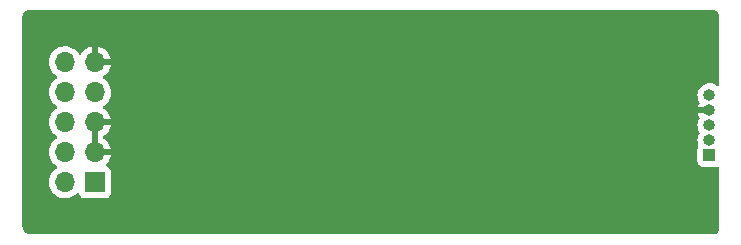
<source format=gbr>
%TF.GenerationSoftware,KiCad,Pcbnew,(6.0.2)*%
%TF.CreationDate,2023-02-06T19:57:10-08:00*%
%TF.ProjectId,SWD_to_v4WF_Cable,5357445f-746f-45f7-9634-57465f436162,rev?*%
%TF.SameCoordinates,Original*%
%TF.FileFunction,Copper,L2,Bot*%
%TF.FilePolarity,Positive*%
%FSLAX46Y46*%
G04 Gerber Fmt 4.6, Leading zero omitted, Abs format (unit mm)*
G04 Created by KiCad (PCBNEW (6.0.2)) date 2023-02-06 19:57:10*
%MOMM*%
%LPD*%
G01*
G04 APERTURE LIST*
%TA.AperFunction,ComponentPad*%
%ADD10R,1.700000X1.700000*%
%TD*%
%TA.AperFunction,ComponentPad*%
%ADD11O,1.700000X1.700000*%
%TD*%
%TA.AperFunction,ComponentPad*%
%ADD12R,1.000000X1.000000*%
%TD*%
%TA.AperFunction,ComponentPad*%
%ADD13O,1.000000X1.000000*%
%TD*%
%TA.AperFunction,ViaPad*%
%ADD14C,0.800000*%
%TD*%
G04 APERTURE END LIST*
D10*
%TO.P,J2,1,Pin_1*%
%TO.N,+1V8*%
X132250000Y-64425000D03*
D11*
%TO.P,J2,2,Pin_2*%
%TO.N,/SWDIO*%
X129710000Y-64425000D03*
%TO.P,J2,3,Pin_3*%
%TO.N,GND*%
X132250000Y-61885000D03*
%TO.P,J2,4,Pin_4*%
%TO.N,/SWDCLK*%
X129710000Y-61885000D03*
%TO.P,J2,5,Pin_5*%
%TO.N,GND*%
X132250000Y-59345000D03*
%TO.P,J2,6,Pin_6*%
%TO.N,unconnected-(J2-Pad6)*%
X129710000Y-59345000D03*
%TO.P,J2,7,Pin_7*%
%TO.N,unconnected-(J2-Pad7)*%
X132250000Y-56805000D03*
%TO.P,J2,8,Pin_8*%
%TO.N,unconnected-(J2-Pad8)*%
X129710000Y-56805000D03*
%TO.P,J2,9,Pin_9*%
%TO.N,GND*%
X132250000Y-54265000D03*
%TO.P,J2,10,Pin_10*%
%TO.N,/nRST*%
X129710000Y-54265000D03*
%TD*%
D12*
%TO.P,J1,1,Pin_1*%
%TO.N,/SWDCLK*%
X184275000Y-62135000D03*
D13*
%TO.P,J1,2,Pin_2*%
%TO.N,/SWDIO*%
X184275000Y-60865000D03*
%TO.P,J1,3,Pin_3*%
%TO.N,+1V8*%
X184275000Y-59595000D03*
%TO.P,J1,4,Pin_4*%
%TO.N,GND*%
X184275000Y-58325000D03*
%TO.P,J1,5,Pin_5*%
%TO.N,/nRST*%
X184275000Y-57055000D03*
%TD*%
D14*
%TO.N,GND*%
X159600000Y-56625000D03*
%TD*%
%TA.AperFunction,Conductor*%
%TO.N,GND*%
G36*
X184570057Y-49859500D02*
G01*
X184584858Y-49861805D01*
X184584862Y-49861805D01*
X184593731Y-49863186D01*
X184602633Y-49862022D01*
X184602637Y-49862022D01*
X184602733Y-49862009D01*
X184633170Y-49861738D01*
X184695375Y-49868746D01*
X184722882Y-49875024D01*
X184800071Y-49902034D01*
X184825491Y-49914276D01*
X184894738Y-49957787D01*
X184916797Y-49975379D01*
X184974621Y-50033203D01*
X184992213Y-50055262D01*
X185035724Y-50124509D01*
X185047966Y-50149930D01*
X185074975Y-50227117D01*
X185081254Y-50254624D01*
X185087522Y-50310251D01*
X185088305Y-50325897D01*
X185088196Y-50334855D01*
X185086814Y-50343729D01*
X185088454Y-50356269D01*
X185090936Y-50375250D01*
X185092000Y-50391588D01*
X185092000Y-56154193D01*
X185071998Y-56222314D01*
X185018342Y-56268807D01*
X184948068Y-56278911D01*
X184885685Y-56251278D01*
X184850673Y-56222314D01*
X184841675Y-56214870D01*
X184667701Y-56120802D01*
X184478768Y-56062318D01*
X184472643Y-56061674D01*
X184472642Y-56061674D01*
X184288204Y-56042289D01*
X184288202Y-56042289D01*
X184282075Y-56041645D01*
X184199576Y-56049153D01*
X184091251Y-56059011D01*
X184091248Y-56059012D01*
X184085112Y-56059570D01*
X184079206Y-56061308D01*
X184079202Y-56061309D01*
X183974076Y-56092249D01*
X183895381Y-56115410D01*
X183889923Y-56118263D01*
X183889919Y-56118265D01*
X183821196Y-56154193D01*
X183720110Y-56207040D01*
X183565975Y-56330968D01*
X183438846Y-56482474D01*
X183435879Y-56487872D01*
X183435875Y-56487877D01*
X183386692Y-56577342D01*
X183343567Y-56655787D01*
X183341706Y-56661654D01*
X183341705Y-56661656D01*
X183296234Y-56805000D01*
X183283765Y-56844306D01*
X183261719Y-57040851D01*
X183262235Y-57046995D01*
X183275721Y-57207596D01*
X183278268Y-57237934D01*
X183279967Y-57243858D01*
X183330365Y-57419616D01*
X183332783Y-57428050D01*
X183423187Y-57603956D01*
X183429164Y-57611497D01*
X183429843Y-57613174D01*
X183430353Y-57613966D01*
X183430203Y-57614063D01*
X183455802Y-57677304D01*
X183442633Y-57747069D01*
X183439254Y-57752754D01*
X183439262Y-57752758D01*
X183346998Y-57920585D01*
X183342166Y-57931858D01*
X183303506Y-58053731D01*
X183303202Y-58067831D01*
X183309763Y-58071000D01*
X184403000Y-58071000D01*
X184471121Y-58091002D01*
X184517614Y-58144658D01*
X184529000Y-58197000D01*
X184529000Y-58453000D01*
X184508998Y-58521121D01*
X184455342Y-58567614D01*
X184403000Y-58579000D01*
X183317282Y-58579000D01*
X183303751Y-58582973D01*
X183302601Y-58590975D01*
X183331552Y-58691941D01*
X183336067Y-58703345D01*
X183420794Y-58868207D01*
X183427432Y-58878507D01*
X183429131Y-58880650D01*
X183429667Y-58881975D01*
X183430774Y-58883692D01*
X183430448Y-58883902D01*
X183455770Y-58946460D01*
X183442600Y-59016224D01*
X183438979Y-59022316D01*
X183438846Y-59022474D01*
X183438370Y-59023341D01*
X183438364Y-59023350D01*
X183404699Y-59084588D01*
X183343567Y-59195787D01*
X183283765Y-59384306D01*
X183261719Y-59580851D01*
X183262235Y-59586995D01*
X183275721Y-59747596D01*
X183278268Y-59777934D01*
X183279967Y-59783858D01*
X183330365Y-59959616D01*
X183332783Y-59968050D01*
X183423187Y-60143956D01*
X183427016Y-60148787D01*
X183428839Y-60151088D01*
X183429414Y-60152509D01*
X183430353Y-60153966D01*
X183430076Y-60154144D01*
X183455474Y-60216898D01*
X183442301Y-60286662D01*
X183438846Y-60292474D01*
X183343567Y-60465787D01*
X183341706Y-60471654D01*
X183341705Y-60471656D01*
X183285627Y-60648436D01*
X183283765Y-60654306D01*
X183261719Y-60850851D01*
X183262235Y-60856995D01*
X183276907Y-61031722D01*
X183278268Y-61047934D01*
X183332783Y-61238050D01*
X183339150Y-61250438D01*
X183352496Y-61320165D01*
X183332300Y-61372266D01*
X183334079Y-61373240D01*
X183329771Y-61381108D01*
X183324385Y-61388295D01*
X183273255Y-61524684D01*
X183266500Y-61586866D01*
X183266500Y-62683134D01*
X183273255Y-62745316D01*
X183324385Y-62881705D01*
X183411739Y-62998261D01*
X183528295Y-63085615D01*
X183664684Y-63136745D01*
X183726866Y-63143500D01*
X184823134Y-63143500D01*
X184885316Y-63136745D01*
X184892712Y-63133973D01*
X184892718Y-63133971D01*
X184921771Y-63123079D01*
X184992578Y-63117896D01*
X185054947Y-63151817D01*
X185089076Y-63214072D01*
X185092000Y-63241061D01*
X185092000Y-68300673D01*
X185090500Y-68320057D01*
X185088195Y-68334858D01*
X185088195Y-68334862D01*
X185086814Y-68343731D01*
X185087978Y-68352633D01*
X185087978Y-68352637D01*
X185087991Y-68352733D01*
X185088262Y-68383170D01*
X185081254Y-68445375D01*
X185074976Y-68472882D01*
X185047966Y-68550071D01*
X185035724Y-68575491D01*
X184992213Y-68644738D01*
X184974621Y-68666797D01*
X184916797Y-68724621D01*
X184894738Y-68742213D01*
X184825491Y-68785724D01*
X184800070Y-68797966D01*
X184722883Y-68824975D01*
X184695376Y-68831254D01*
X184671428Y-68833952D01*
X184639744Y-68837522D01*
X184624103Y-68838305D01*
X184615145Y-68838196D01*
X184606271Y-68836814D01*
X184574750Y-68840936D01*
X184558412Y-68842000D01*
X126919328Y-68842000D01*
X126899943Y-68840500D01*
X126885142Y-68838195D01*
X126885139Y-68838195D01*
X126876270Y-68836814D01*
X126865272Y-68838252D01*
X126836589Y-68838709D01*
X126733693Y-68828575D01*
X126709469Y-68823756D01*
X126590267Y-68787596D01*
X126567447Y-68778144D01*
X126457600Y-68719430D01*
X126437062Y-68705707D01*
X126340777Y-68626688D01*
X126323312Y-68609223D01*
X126244293Y-68512938D01*
X126230570Y-68492400D01*
X126171856Y-68382553D01*
X126162404Y-68359733D01*
X126126244Y-68240531D01*
X126121425Y-68216305D01*
X126111956Y-68120166D01*
X126112408Y-68104124D01*
X126111695Y-68104115D01*
X126111805Y-68095142D01*
X126113186Y-68086270D01*
X126110727Y-68067461D01*
X126109064Y-68054749D01*
X126108000Y-68038411D01*
X126108000Y-64391695D01*
X128347251Y-64391695D01*
X128360110Y-64614715D01*
X128361247Y-64619761D01*
X128361248Y-64619767D01*
X128385304Y-64726508D01*
X128409222Y-64832639D01*
X128493266Y-65039616D01*
X128609987Y-65230088D01*
X128756250Y-65398938D01*
X128928126Y-65541632D01*
X129121000Y-65654338D01*
X129329692Y-65734030D01*
X129334760Y-65735061D01*
X129334763Y-65735062D01*
X129442017Y-65756883D01*
X129548597Y-65778567D01*
X129553772Y-65778757D01*
X129553774Y-65778757D01*
X129766673Y-65786564D01*
X129766677Y-65786564D01*
X129771837Y-65786753D01*
X129776957Y-65786097D01*
X129776959Y-65786097D01*
X129988288Y-65759025D01*
X129988289Y-65759025D01*
X129993416Y-65758368D01*
X129998366Y-65756883D01*
X130202429Y-65695661D01*
X130202434Y-65695659D01*
X130207384Y-65694174D01*
X130407994Y-65595896D01*
X130589860Y-65466173D01*
X130698091Y-65358319D01*
X130760462Y-65324404D01*
X130831268Y-65329592D01*
X130888030Y-65372238D01*
X130905012Y-65403341D01*
X130949385Y-65521705D01*
X131036739Y-65638261D01*
X131153295Y-65725615D01*
X131289684Y-65776745D01*
X131351866Y-65783500D01*
X133148134Y-65783500D01*
X133210316Y-65776745D01*
X133346705Y-65725615D01*
X133463261Y-65638261D01*
X133550615Y-65521705D01*
X133601745Y-65385316D01*
X133608500Y-65323134D01*
X133608500Y-63526866D01*
X133601745Y-63464684D01*
X133550615Y-63328295D01*
X133463261Y-63211739D01*
X133346705Y-63124385D01*
X133227687Y-63079767D01*
X133170923Y-63037125D01*
X133146223Y-62970564D01*
X133161430Y-62901215D01*
X133182977Y-62872535D01*
X133284052Y-62771812D01*
X133290730Y-62763965D01*
X133415003Y-62591020D01*
X133420313Y-62582183D01*
X133514670Y-62391267D01*
X133518469Y-62381672D01*
X133580377Y-62177910D01*
X133582555Y-62167837D01*
X133583986Y-62156962D01*
X133581775Y-62142778D01*
X133568617Y-62139000D01*
X132122000Y-62139000D01*
X132053879Y-62118998D01*
X132007386Y-62065342D01*
X131996000Y-62013000D01*
X131996000Y-61612885D01*
X132504000Y-61612885D01*
X132508475Y-61628124D01*
X132509865Y-61629329D01*
X132517548Y-61631000D01*
X133568344Y-61631000D01*
X133581875Y-61627027D01*
X133583180Y-61617947D01*
X133541214Y-61450875D01*
X133537894Y-61441124D01*
X133452972Y-61245814D01*
X133448105Y-61236739D01*
X133332426Y-61057926D01*
X133326136Y-61049757D01*
X133182806Y-60892240D01*
X133175273Y-60885215D01*
X133008139Y-60753222D01*
X132999552Y-60747517D01*
X132962116Y-60726851D01*
X132912146Y-60676419D01*
X132897374Y-60606976D01*
X132922490Y-60540571D01*
X132949842Y-60513964D01*
X133125327Y-60388792D01*
X133133200Y-60382139D01*
X133284052Y-60231812D01*
X133290730Y-60223965D01*
X133415003Y-60051020D01*
X133420313Y-60042183D01*
X133514670Y-59851267D01*
X133518469Y-59841672D01*
X133580377Y-59637910D01*
X133582555Y-59627837D01*
X133583986Y-59616962D01*
X133581775Y-59602778D01*
X133568617Y-59599000D01*
X132522115Y-59599000D01*
X132506876Y-59603475D01*
X132505671Y-59604865D01*
X132504000Y-59612548D01*
X132504000Y-61612885D01*
X131996000Y-61612885D01*
X131996000Y-59217000D01*
X132016002Y-59148879D01*
X132069658Y-59102386D01*
X132122000Y-59091000D01*
X133568344Y-59091000D01*
X133581875Y-59087027D01*
X133583180Y-59077947D01*
X133541214Y-58910875D01*
X133537894Y-58901124D01*
X133452972Y-58705814D01*
X133448105Y-58696739D01*
X133332426Y-58517926D01*
X133326136Y-58509757D01*
X133182806Y-58352240D01*
X133175273Y-58345215D01*
X133008139Y-58213222D01*
X132999556Y-58207520D01*
X132962602Y-58187120D01*
X132912631Y-58136687D01*
X132897859Y-58067245D01*
X132922975Y-58000839D01*
X132950327Y-57974232D01*
X133009733Y-57931858D01*
X133129860Y-57846173D01*
X133288096Y-57688489D01*
X133343422Y-57611495D01*
X133415435Y-57511277D01*
X133418453Y-57507077D01*
X133439320Y-57464857D01*
X133515136Y-57311453D01*
X133515137Y-57311451D01*
X133517430Y-57306811D01*
X133582370Y-57093069D01*
X133611529Y-56871590D01*
X133613156Y-56805000D01*
X133594852Y-56582361D01*
X133540431Y-56365702D01*
X133451354Y-56160840D01*
X133387201Y-56061674D01*
X133332822Y-55977617D01*
X133332820Y-55977614D01*
X133330014Y-55973277D01*
X133179670Y-55808051D01*
X133175619Y-55804852D01*
X133175615Y-55804848D01*
X133008414Y-55672800D01*
X133008410Y-55672798D01*
X133004359Y-55669598D01*
X132962569Y-55646529D01*
X132912598Y-55596097D01*
X132897826Y-55526654D01*
X132922942Y-55460248D01*
X132950294Y-55433641D01*
X133125328Y-55308792D01*
X133133200Y-55302139D01*
X133284052Y-55151812D01*
X133290730Y-55143965D01*
X133415003Y-54971020D01*
X133420313Y-54962183D01*
X133514670Y-54771267D01*
X133518469Y-54761672D01*
X133580377Y-54557910D01*
X133582555Y-54547837D01*
X133583986Y-54536962D01*
X133581775Y-54522778D01*
X133568617Y-54519000D01*
X132122000Y-54519000D01*
X132053879Y-54498998D01*
X132007386Y-54445342D01*
X131996000Y-54393000D01*
X131996000Y-53992885D01*
X132504000Y-53992885D01*
X132508475Y-54008124D01*
X132509865Y-54009329D01*
X132517548Y-54011000D01*
X133568344Y-54011000D01*
X133581875Y-54007027D01*
X133583180Y-53997947D01*
X133541214Y-53830875D01*
X133537894Y-53821124D01*
X133452972Y-53625814D01*
X133448105Y-53616739D01*
X133332426Y-53437926D01*
X133326136Y-53429757D01*
X133182806Y-53272240D01*
X133175273Y-53265215D01*
X133008139Y-53133222D01*
X132999552Y-53127517D01*
X132813117Y-53024599D01*
X132803705Y-53020369D01*
X132602959Y-52949280D01*
X132592988Y-52946646D01*
X132521837Y-52933972D01*
X132508540Y-52935432D01*
X132504000Y-52949989D01*
X132504000Y-53992885D01*
X131996000Y-53992885D01*
X131996000Y-52948102D01*
X131992082Y-52934758D01*
X131977806Y-52932771D01*
X131939324Y-52938660D01*
X131929288Y-52941051D01*
X131726868Y-53007212D01*
X131717359Y-53011209D01*
X131528463Y-53109542D01*
X131519738Y-53115036D01*
X131349433Y-53242905D01*
X131341726Y-53249748D01*
X131194590Y-53403717D01*
X131188109Y-53411722D01*
X131083498Y-53565074D01*
X131028587Y-53610076D01*
X130958062Y-53618247D01*
X130894315Y-53586993D01*
X130873618Y-53562509D01*
X130792822Y-53437617D01*
X130792820Y-53437614D01*
X130790014Y-53433277D01*
X130639670Y-53268051D01*
X130635619Y-53264852D01*
X130635615Y-53264848D01*
X130468414Y-53132800D01*
X130468410Y-53132798D01*
X130464359Y-53129598D01*
X130428028Y-53109542D01*
X130412136Y-53100769D01*
X130268789Y-53021638D01*
X130263920Y-53019914D01*
X130263916Y-53019912D01*
X130063087Y-52948795D01*
X130063083Y-52948794D01*
X130058212Y-52947069D01*
X130053119Y-52946162D01*
X130053116Y-52946161D01*
X129843373Y-52908800D01*
X129843367Y-52908799D01*
X129838284Y-52907894D01*
X129764452Y-52906992D01*
X129620081Y-52905228D01*
X129620079Y-52905228D01*
X129614911Y-52905165D01*
X129394091Y-52938955D01*
X129181756Y-53008357D01*
X128983607Y-53111507D01*
X128979474Y-53114610D01*
X128979471Y-53114612D01*
X128955247Y-53132800D01*
X128804965Y-53245635D01*
X128650629Y-53407138D01*
X128524743Y-53591680D01*
X128430688Y-53794305D01*
X128370989Y-54009570D01*
X128347251Y-54231695D01*
X128360110Y-54454715D01*
X128361247Y-54459761D01*
X128361248Y-54459767D01*
X128374597Y-54519000D01*
X128409222Y-54672639D01*
X128493266Y-54879616D01*
X128609987Y-55070088D01*
X128756250Y-55238938D01*
X128928126Y-55381632D01*
X128998595Y-55422811D01*
X129001445Y-55424476D01*
X129050169Y-55476114D01*
X129063240Y-55545897D01*
X129036509Y-55611669D01*
X128996055Y-55645027D01*
X128983607Y-55651507D01*
X128979474Y-55654610D01*
X128979471Y-55654612D01*
X128955247Y-55672800D01*
X128804965Y-55785635D01*
X128650629Y-55947138D01*
X128524743Y-56131680D01*
X128509003Y-56165590D01*
X128434031Y-56327104D01*
X128430688Y-56334305D01*
X128370989Y-56549570D01*
X128347251Y-56771695D01*
X128347548Y-56776848D01*
X128347548Y-56776851D01*
X128353011Y-56871590D01*
X128360110Y-56994715D01*
X128361247Y-56999761D01*
X128361248Y-56999767D01*
X128369127Y-57034726D01*
X128409222Y-57212639D01*
X128493266Y-57419616D01*
X128544019Y-57502438D01*
X128607291Y-57605688D01*
X128609987Y-57610088D01*
X128756250Y-57778938D01*
X128928126Y-57921632D01*
X128945626Y-57931858D01*
X129001445Y-57964476D01*
X129050169Y-58016114D01*
X129063240Y-58085897D01*
X129036509Y-58151669D01*
X128996055Y-58185027D01*
X128983607Y-58191507D01*
X128979474Y-58194610D01*
X128979471Y-58194612D01*
X128955247Y-58212800D01*
X128804965Y-58325635D01*
X128650629Y-58487138D01*
X128524743Y-58671680D01*
X128510045Y-58703345D01*
X128433519Y-58868207D01*
X128430688Y-58874305D01*
X128370989Y-59089570D01*
X128347251Y-59311695D01*
X128347548Y-59316848D01*
X128347548Y-59316851D01*
X128351790Y-59390425D01*
X128360110Y-59534715D01*
X128361247Y-59539761D01*
X128361248Y-59539767D01*
X128369127Y-59574726D01*
X128409222Y-59752639D01*
X128493266Y-59959616D01*
X128609987Y-60150088D01*
X128756250Y-60318938D01*
X128928126Y-60461632D01*
X128945280Y-60471656D01*
X129001445Y-60504476D01*
X129050169Y-60556114D01*
X129063240Y-60625897D01*
X129036509Y-60691669D01*
X128996055Y-60725027D01*
X128983607Y-60731507D01*
X128979474Y-60734610D01*
X128979471Y-60734612D01*
X128955247Y-60752800D01*
X128804965Y-60865635D01*
X128650629Y-61027138D01*
X128524743Y-61211680D01*
X128509960Y-61243527D01*
X128438859Y-61396703D01*
X128430688Y-61414305D01*
X128370989Y-61629570D01*
X128347251Y-61851695D01*
X128360110Y-62074715D01*
X128361247Y-62079761D01*
X128361248Y-62079767D01*
X128374597Y-62139000D01*
X128409222Y-62292639D01*
X128493266Y-62499616D01*
X128495965Y-62504020D01*
X128605726Y-62683134D01*
X128609987Y-62690088D01*
X128756250Y-62858938D01*
X128928126Y-63001632D01*
X128981690Y-63032932D01*
X129001445Y-63044476D01*
X129050169Y-63096114D01*
X129063240Y-63165897D01*
X129036509Y-63231669D01*
X128996055Y-63265027D01*
X128983607Y-63271507D01*
X128979474Y-63274610D01*
X128979471Y-63274612D01*
X128809100Y-63402530D01*
X128804965Y-63405635D01*
X128765525Y-63446907D01*
X128711280Y-63503671D01*
X128650629Y-63567138D01*
X128524743Y-63751680D01*
X128430688Y-63954305D01*
X128370989Y-64169570D01*
X128347251Y-64391695D01*
X126108000Y-64391695D01*
X126108000Y-50399327D01*
X126109500Y-50379943D01*
X126111805Y-50365142D01*
X126111805Y-50365138D01*
X126113186Y-50356269D01*
X126112022Y-50347367D01*
X126112022Y-50347363D01*
X126112009Y-50347267D01*
X126111738Y-50316830D01*
X126118746Y-50254625D01*
X126125025Y-50227115D01*
X126152034Y-50149929D01*
X126164276Y-50124509D01*
X126207787Y-50055262D01*
X126225379Y-50033203D01*
X126283203Y-49975379D01*
X126305262Y-49957787D01*
X126374509Y-49914276D01*
X126399930Y-49902034D01*
X126477117Y-49875025D01*
X126504624Y-49868746D01*
X126528572Y-49866048D01*
X126560256Y-49862478D01*
X126575897Y-49861695D01*
X126584855Y-49861804D01*
X126593729Y-49863186D01*
X126625251Y-49859064D01*
X126641588Y-49858000D01*
X184550673Y-49858000D01*
X184570057Y-49859500D01*
G37*
%TD.AperFunction*%
%TD*%
M02*

</source>
